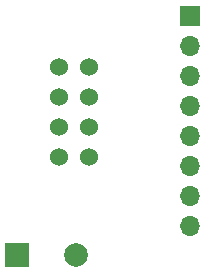
<source format=gbl>
G04 #@! TF.FileFunction,Copper,L2,Bot,Signal*
%FSLAX46Y46*%
G04 Gerber Fmt 4.6, Leading zero omitted, Abs format (unit mm)*
G04 Created by KiCad (PCBNEW 4.0.7-e2-6376~58~ubuntu16.04.1) date Mon Dec 11 22:14:59 2017*
%MOMM*%
%LPD*%
G01*
G04 APERTURE LIST*
%ADD10C,0.100000*%
%ADD11R,1.700000X1.700000*%
%ADD12O,1.700000X1.700000*%
%ADD13C,1.524000*%
%ADD14R,2.000000X2.000000*%
%ADD15C,2.000000*%
G04 APERTURE END LIST*
D10*
D11*
X155877619Y-109985000D03*
D12*
X155877619Y-112525000D03*
X155877619Y-115065000D03*
X155877619Y-117605000D03*
X155877619Y-120145000D03*
X155877619Y-122685000D03*
X155877619Y-125225000D03*
X155877619Y-127765000D03*
D13*
X144780000Y-114300000D03*
X144780000Y-116840000D03*
X144780000Y-119380000D03*
X144780000Y-121920000D03*
X147320000Y-114300000D03*
X147320000Y-116840000D03*
X147320000Y-119380000D03*
X147320000Y-121920000D03*
D14*
X141224000Y-130175000D03*
D15*
X146224000Y-130175000D03*
M02*

</source>
